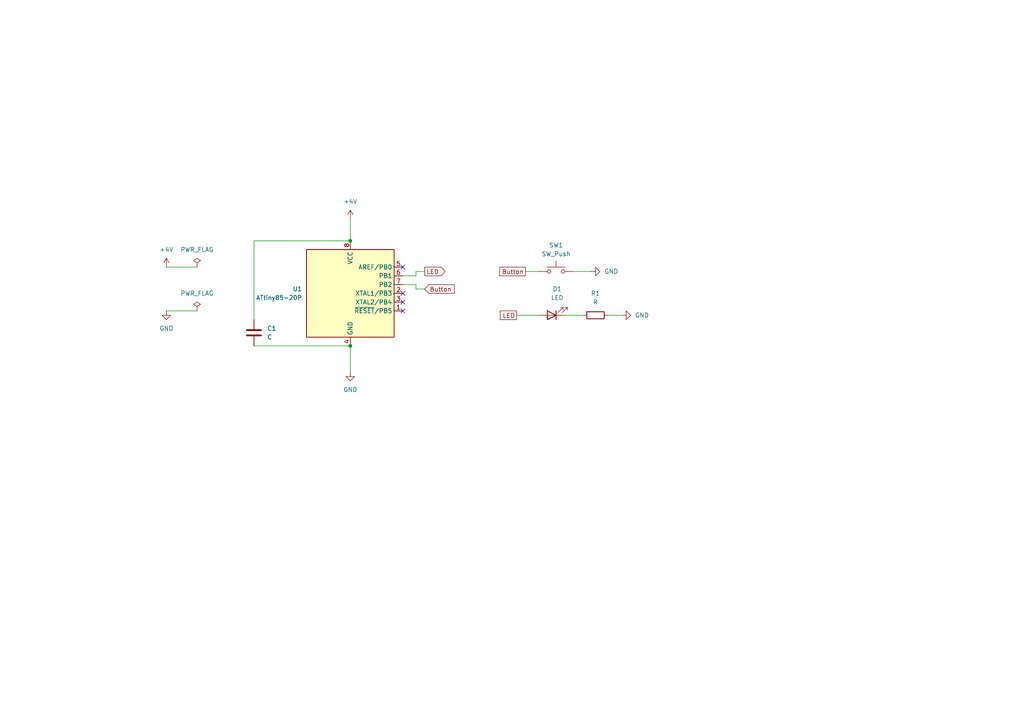
<source format=kicad_sch>
(kicad_sch (version 20231120) (generator "eeschema") (generator_version "8.0")
  (paper "A4")
  (lib_symbols
    (symbol "Device:C" (pin_numbers hide) (pin_names (offset 0.254))
      (property "Reference" "C" (at 0.635 2.54 0))
      (property "Value" "C" (at 0.635 -2.54 0))
      (symbol "C_0_1"
        (polyline (pts (xy -2.032 -0.762) (xy 2.032 -0.762)) (stroke (width 0.508)))
        (polyline (pts (xy -2.032 0.762) (xy 2.032 0.762)) (stroke (width 0.508)))
      )
      (symbol "C_1_1"
        (pin passive line (at 0 3.81 270) (length 2.794) (name "~") (number "1"))
        (pin passive line (at 0 -3.81 90) (length 2.794) (name "~") (number "2"))
      )
    )
    (symbol "Device:LED" (pin_numbers hide) (pin_names (offset 1.016) hide)
      (property "Reference" "D" (at 0 2.54 0))
      (property "Value" "LED" (at 0 -2.54 0))
      (symbol "LED_0_1"
        (polyline (pts (xy -1.27 -1.27) (xy -1.27 1.27)) (stroke (width 0.254)))
        (polyline (pts (xy -1.27 0) (xy 1.27 0)))
        (polyline (pts (xy 1.27 -1.27) (xy 1.27 1.27) (xy -1.27 0) (xy 1.27 -1.27)) (stroke (width 0.254)))
        (polyline (pts (xy -3.048 -0.762) (xy -4.572 -2.286) (xy -3.81 -2.286) (xy -4.572 -2.286) (xy -4.572 -1.524)))
        (polyline (pts (xy -1.778 -0.762) (xy -3.302 -2.286) (xy -2.54 -2.286) (xy -3.302 -2.286) (xy -3.302 -1.524)))
      )
      (symbol "LED_1_1"
        (pin passive line (at -3.81 0 0) (length 2.54) (name "K") (number "1"))
        (pin passive line (at 3.81 0 180) (length 2.54) (name "A") (number "2"))
      )
    )
    (symbol "Device:R" (pin_numbers hide) (pin_names (offset 0))
      (property "Reference" "R" (at 2.032 0 90))
      (property "Value" "R" (at 0 0 90))
      (symbol "R_0_1"
        (rectangle (start -1.016 -2.54) (end 1.016 2.54) (stroke (width 0.254)))
      )
      (symbol "R_1_1"
        (pin passive line (at 0 3.81 270) (length 1.27) (name "~") (number "1"))
        (pin passive line (at 0 -3.81 90) (length 1.27) (name "~") (number "2"))
      )
    )
    (symbol "MCU_Microchip_ATtiny:ATtiny85-20P"
      (property "Reference" "U" (at -12.7 13.97 0))
      (property "Value" "ATtiny85-20P" (at 2.54 -13.97 0))
      (symbol "ATtiny85-20P_0_1"
        (rectangle (start -12.7 -12.7) (end 12.7 12.7) (stroke (width 0.254)) (fill (type background)))
      )
      (symbol "ATtiny85-20P_1_1"
        (pin bidirectional line (at 15.24 -5.08 180) (length 2.54) (name "~{RESET}/PB5") (number "1"))
        (pin bidirectional line (at 15.24 0 180) (length 2.54) (name "XTAL1/PB3") (number "2"))
        (pin bidirectional line (at 15.24 -2.54 180) (length 2.54) (name "XTAL2/PB4") (number "3"))
        (pin power_in line (at 0 -15.24 90) (length 2.54) (name "GND") (number "4"))
        (pin bidirectional line (at 15.24 7.62 180) (length 2.54) (name "AREF/PB0") (number "5"))
        (pin bidirectional line (at 15.24 5.08 180) (length 2.54) (name "PB1") (number "6"))
        (pin bidirectional line (at 15.24 2.54 180) (length 2.54) (name "PB2") (number "7"))
        (pin power_in line (at 0 15.24 270) (length 2.54) (name "VCC") (number "8"))
      )
    )
    (symbol "Switch:SW_Push" (pin_numbers hide) (pin_names (offset 1.016) hide)
      (property "Reference" "SW" (at 1.27 2.54 0))
      (property "Value" "SW_Push" (at 0 -1.524 0))
      (symbol "SW_Push_0_1"
        (circle (center -2.032 0) (radius 0.508))
        (polyline (pts (xy 0 1.27) (xy 0 3.048)))
        (polyline (pts (xy 2.54 1.27) (xy -2.54 1.27)))
        (circle (center 2.032 0) (radius 0.508))
        (pin passive line (at -5.08 0 0) (length 2.54) (name "1") (number "1"))
        (pin passive line (at 5.08 0 180) (length 2.54) (name "2") (number "2"))
      )
    )
    (symbol "power:+4V" (power) (pin_numbers hide) (pin_names (offset 0) hide)
      (property "Value" "+4V" (at 0 3.556 0))
      (symbol "+4V_0_1"
        (polyline (pts (xy -0.762 1.27) (xy 0 2.54)))
        (polyline (pts (xy 0 0) (xy 0 2.54)))
        (polyline (pts (xy 0 2.54) (xy 0.762 1.27)))
      )
      (symbol "+4V_1_1"
        (pin power_in line (at 0 0 90) (length 0) (name "~") (number "1"))
      )
    )
    (symbol "power:GND" (power) (pin_numbers hide) (pin_names (offset 0) hide)
      (property "Value" "GND" (at 0 -3.81 0))
      (symbol "GND_0_1"
        (polyline (pts (xy 0 0) (xy 0 -1.27) (xy 1.27 -1.27) (xy 0 -2.54) (xy -1.27 -1.27) (xy 0 -1.27)))
      )
      (symbol "GND_1_1"
        (pin power_in line (at 0 0 270) (length 0) (name "~") (number "1"))
      )
    )
    (symbol "power:PWR_FLAG" (power) (pin_numbers hide) (pin_names (offset 0) hide)
      (property "Value" "PWR_FLAG" (at 0 3.81 0))
      (symbol "PWR_FLAG_0_0"
        (pin power_out line (at 0 0 90) (length 0) (name "~") (number "1"))
      )
      (symbol "PWR_FLAG_0_1"
        (polyline (pts (xy 0 0) (xy 0 1.27) (xy -1.016 1.905) (xy 0 2.54) (xy 1.016 1.905) (xy 0 1.27)))
      )
    )
  )
  (junction (at 101.6 100.33))
  (junction (at 101.6 69.85))
  (no_connect (at 116.84 85.09))
  (no_connect (at 116.84 90.17))
  (no_connect (at 116.84 87.63))
  (no_connect (at 116.84 77.47))
  (wire (pts (xy 73.66 69.85) (xy 101.6 69.85)))
  (wire (pts (xy 149.86 91.44) (xy 156.21 91.44)))
  (wire (pts (xy 120.65 80.01) (xy 116.84 80.01)))
  (wire (pts (xy 176.53 91.44) (xy 180.34 91.44)))
  (wire (pts (xy 48.26 77.47) (xy 57.15 77.47)))
  (wire (pts (xy 73.66 100.33) (xy 101.6 100.33)))
  (wire (pts (xy 120.65 83.82) (xy 120.65 82.55)))
  (wire (pts (xy 101.6 63.5) (xy 101.6 69.85)))
  (wire (pts (xy 48.26 90.17) (xy 57.15 90.17)))
  (wire (pts (xy 73.66 92.71) (xy 73.66 69.85)))
  (wire (pts (xy 101.6 100.33) (xy 101.6 107.95)))
  (wire (pts (xy 120.65 82.55) (xy 116.84 82.55)))
  (wire (pts (xy 120.65 78.74) (xy 123.19 78.74)))
  (wire (pts (xy 152.4 78.74) (xy 156.21 78.74)))
  (wire (pts (xy 166.37 78.74) (xy 171.45 78.74)))
  (wire (pts (xy 163.83 91.44) (xy 168.91 91.44)))
  (wire (pts (xy 120.65 78.74) (xy 120.65 80.01)))
  (wire (pts (xy 120.65 83.82) (xy 123.19 83.82)))
  (global_label "Button" (shape passive) (at 152.4 78.74 180) (property "Intersheetrefs" "${INTERSHEET_REFS}" (effects (hide yes))))
  (global_label "LED" (shape passive) (at 149.86 91.44 180) (property "Intersheetrefs" "${INTERSHEET_REFS}" (effects (hide yes))))
  (global_label "Button" (shape input) (at 123.19 83.82 0) (property "Intersheetrefs" "${INTERSHEET_REFS}" (effects (hide yes))))
  (global_label "LED" (shape output) (at 123.19 78.74 0) (property "Intersheetrefs" "${INTERSHEET_REFS}" (effects (hide yes))))
  (symbol (lib_id "power:GND") (at 171.45 78.74 90) (unit 1)
    (property "Reference" "#PWR05" (effects (hide yes)))
    (property "Value" "GND" (at 175.26 78.7399 90) (effects (justify right)))
    (property "Description" "Power symbol creates a global label with name \"GND\" , ground" (effects (hide yes)))
  )
  (symbol (lib_id "power:+4V") (at 48.26 77.47 0) (unit 1)
    (property "Reference" "#PWR02" (effects (hide yes)))
    (property "Value" "+4V" (at 48.26 72.39 0))
    (property "Description" "Power symbol creates a global label with name \"+4V\"" (effects (hide yes)))
  )
  (symbol (lib_id "Device:R") (at 172.72 91.44 90) (unit 1)
    (property "Reference" "R1" (at 172.72 85.09 90))
    (property "Value" "R" (at 172.72 87.63 90))
    (property "Description" "Resistor" (effects (hide yes)))
  )
  (symbol (lib_id "Device:LED") (at 160.02 91.44 180) (unit 1)
    (property "Reference" "D1" (at 161.6075 83.82 0))
    (property "Value" "LED" (at 161.6075 86.36 0))
    (property "Description" "Light emitting diode" (effects (hide yes)))
  )
  (symbol (lib_id "Switch:SW_Push") (at 161.29 78.74 0) (unit 1)
    (property "Reference" "SW1" (at 161.29 71.12 0))
    (property "Value" "SW_Push" (at 161.29 73.66 0))
    (property "Description" "Push button switch, generic, two pins" (effects (hide yes)))
  )
  (symbol (lib_id "power:GND") (at 48.26 90.17 0) (unit 1)
    (property "Reference" "#PWR01" (effects (hide yes)))
    (property "Value" "GND" (at 48.26 95.25 0))
    (property "Description" "Power symbol creates a global label with name \"GND\" , ground" (effects (hide yes)))
  )
  (symbol (lib_id "power:PWR_FLAG") (at 57.15 90.17 0) (unit 1)
    (property "Reference" "#FLG02" (effects (hide yes)))
    (property "Value" "PWR_FLAG" (at 57.15 85.09 0))
    (property "Description" "Special symbol for telling ERC where power comes from" (effects (hide yes)))
  )
  (symbol (lib_id "power:+4V") (at 101.6 63.5 0) (unit 1)
    (property "Reference" "#PWR03" (effects (hide yes)))
    (property "Value" "+4V" (at 101.6 58.42 0))
    (property "Description" "Power symbol creates a global label with name \"+4V\"" (effects (hide yes)))
  )
  (symbol (lib_id "Device:C") (at 73.66 96.52 0) (unit 1)
    (property "Reference" "C1" (at 77.47 95.2499 0) (effects (justify left)))
    (property "Value" "C" (at 77.47 97.7899 0) (effects (justify left)))
    (property "Description" "Unpolarized capacitor" (effects (hide yes)))
  )
  (symbol (lib_id "power:PWR_FLAG") (at 57.15 77.47 0) (unit 1)
    (property "Reference" "#FLG01" (effects (hide yes)))
    (property "Value" "PWR_FLAG" (at 57.15 72.39 0))
    (property "Description" "Special symbol for telling ERC where power comes from" (effects (hide yes)))
  )
  (symbol (lib_id "MCU_Microchip_ATtiny:ATtiny85-20P") (at 101.6 85.09 0) (unit 1)
    (property "Reference" "U1" (at 87.63 83.8199 0) (effects (justify right)))
    (property "Value" "ATtiny85-20P" (at 87.63 86.3599 0) (effects (justify right)))
    (property "Footprint" "Package_DIP:DIP-8_W7.62mm" (effects (hide yes)))
    (property "Datasheet" "http://ww1.microchip.com/downloads/en/DeviceDoc/atmel-2586-avr-8-bit-microcontroller-attiny25-attiny45-attiny85_datasheet.pdf" (effects (hide yes)))
    (property "Description" "20MHz, 8kB Flash, 512B SRAM, 512B EEPROM, debugWIRE, DIP-8" (effects (hide yes)))
  )
  (symbol (lib_id "power:GND") (at 180.34 91.44 90) (unit 1)
    (property "Reference" "#PWR06" (effects (hide yes)))
    (property "Value" "GND" (at 184.15 91.4399 90) (effects (justify right)))
    (property "Description" "Power symbol creates a global label with name \"GND\" , ground" (effects (hide yes)))
  )
  (symbol (lib_id "power:GND") (at 101.6 107.95 0) (unit 1)
    (property "Reference" "#PWR04" (effects (hide yes)))
    (property "Value" "GND" (at 101.6 113.03 0))
    (property "Description" "Power symbol creates a global label with name \"GND\" , ground" (effects (hide yes)))
  )
)
</source>
